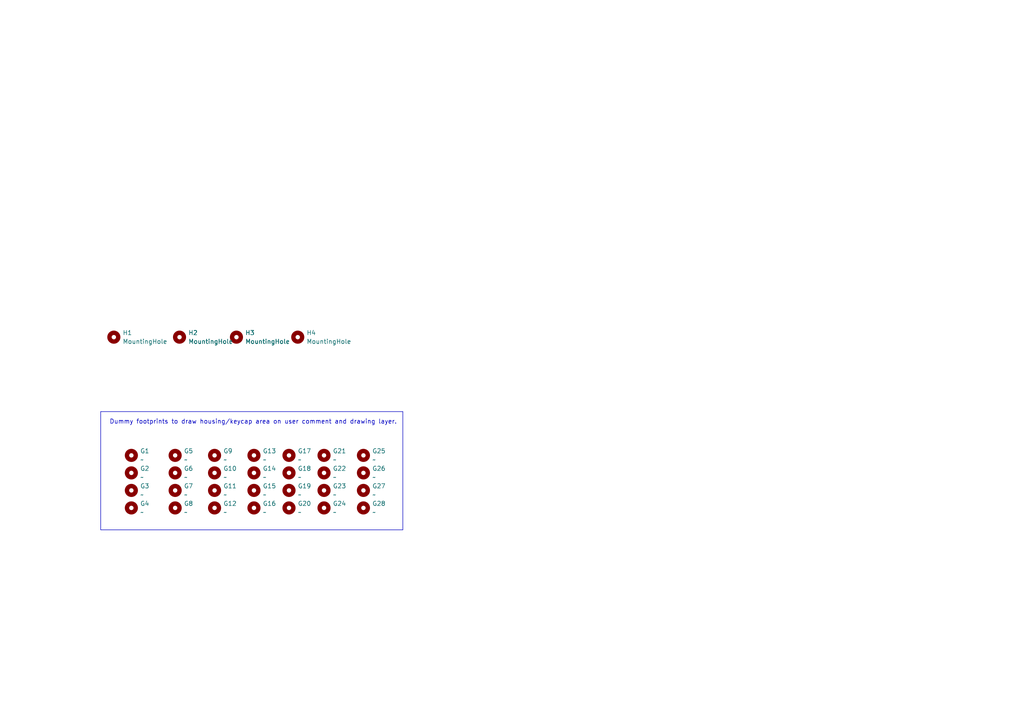
<source format=kicad_sch>
(kicad_sch (version 20230121) (generator eeschema)
  (paper "A4")
  (title_block (date "2023-06-22") (rev "1.0") (comment 2 "MIT License"))
  (lib_symbols
    (symbol "Mechanical:MountingHole" (pin_names (offset 1.016))
      (property "Reference" "H" (at 0 5.08 0))
      (property "Value" "MountingHole" (at 0 3.175 0))
      (symbol "MountingHole_0_1"
        (circle (center 0 0) (radius 1.27) (stroke (width 1.27)))
      )
    )
  )
  (no_connect (at 386.08 -66.04))
  (polyline (pts (xy 116.84 119.38) (xy 29.21 119.38)))
  (polyline (pts (xy 29.21 119.38) (xy 29.21 153.67)))
  (polyline (pts (xy 116.84 153.67) (xy 116.84 119.38)))
  (polyline (pts (xy 29.21 153.67) (xy 116.84 153.67)))
  (text "Dummy footprints to draw housing/keycap area on user comment and drawing layer.\n" (at 31.75 123.19 0) (effects (font (size 1.27 1.27)) (justify left bottom)))
  (symbol (lib_id "Mechanical:MountingHole") (at 93.98 137.16 0) (unit 1)
    (property "Reference" "G22" (at 96.52 135.8899 0) (effects (justify left)))
    (property "Value" "~" (at 96.52 138.4299 0) (effects (justify left)))
    (property "Footprint" "ec_parts:stand_cut" (effects hide))
  )
  (symbol (lib_id "Mechanical:MountingHole") (at 83.82 142.24 0) (unit 1)
    (property "Reference" "G19" (at 86.36 140.9699 0) (effects (justify left)))
    (property "Value" "~" (at 86.36 143.5099 0) (effects (justify left)))
    (property "Footprint" "ec_parts:stand_cut" (effects hide))
  )
  (symbol (lib_id "Mechanical:MountingHole") (at 68.58 97.79 0) (unit 1)
    (property "Reference" "H3" (at 71.12 96.52 0) (effects (justify left)))
    (property "Value" "MountingHole" (at 71.12 99.06 0) (effects (justify left)))
    (property "Footprint" "ec_parts:MountingHole_6.1mm_M6_edge_cut" (effects hide))
  )
  (symbol (lib_id "Mechanical:MountingHole") (at 38.1 142.24 0) (unit 1)
    (property "Reference" "G3" (at 40.64 140.9699 0) (effects (justify left)))
    (property "Value" "~" (at 40.64 143.5099 0) (effects (justify left)))
    (property "Footprint" "ec_parts:stand_cut" (effects hide))
  )
  (symbol (lib_id "Mechanical:MountingHole") (at 62.23 147.32 0) (unit 1)
    (property "Reference" "G12" (at 64.77 146.0499 0) (effects (justify left)))
    (property "Value" "~" (at 64.77 148.5899 0) (effects (justify left)))
    (property "Footprint" "ec_parts:stand_cut" (effects hide))
  )
  (symbol (lib_id "Mechanical:MountingHole") (at 105.41 137.16 0) (unit 1)
    (property "Reference" "G26" (at 107.95 135.8899 0) (effects (justify left)))
    (property "Value" "~" (at 107.95 138.4299 0) (effects (justify left)))
    (property "Footprint" "ec_parts:stand_cut" (effects hide))
  )
  (symbol (lib_id "Mechanical:MountingHole") (at 93.98 142.24 0) (unit 1)
    (property "Reference" "G23" (at 96.52 140.9699 0) (effects (justify left)))
    (property "Value" "~" (at 96.52 143.5099 0) (effects (justify left)))
    (property "Footprint" "ec_parts:stand_cut" (effects hide))
  )
  (symbol (lib_id "Mechanical:MountingHole") (at 33.02 97.79 0) (unit 1)
    (property "Reference" "H1" (at 35.56 96.52 0) (effects (justify left)))
    (property "Value" "MountingHole" (at 35.56 99.06 0) (effects (justify left)))
    (property "Footprint" "ec_parts:MountingHole_6.1mm_M6_edge_cut" (effects hide))
  )
  (symbol (lib_id "Mechanical:MountingHole") (at 83.82 147.32 0) (unit 1)
    (property "Reference" "G20" (at 86.36 146.0499 0) (effects (justify left)))
    (property "Value" "~" (at 86.36 148.5899 0) (effects (justify left)))
    (property "Footprint" "ec_parts:stand_cut" (effects hide))
  )
  (symbol (lib_id "Mechanical:MountingHole") (at 105.41 142.24 0) (unit 1)
    (property "Reference" "G27" (at 107.95 140.9699 0) (effects (justify left)))
    (property "Value" "~" (at 107.95 143.5099 0) (effects (justify left)))
    (property "Footprint" "ec_parts:stand_cut" (effects hide))
  )
  (symbol (lib_id "Mechanical:MountingHole") (at 73.66 137.16 0) (unit 1)
    (property "Reference" "G14" (at 76.2 135.8899 0) (effects (justify left)))
    (property "Value" "~" (at 76.2 138.4299 0) (effects (justify left)))
    (property "Footprint" "ec_parts:stand_cut" (effects hide))
  )
  (symbol (lib_id "Mechanical:MountingHole") (at 38.1 137.16 0) (unit 1)
    (property "Reference" "G2" (at 40.64 135.8899 0) (effects (justify left)))
    (property "Value" "~" (at 40.64 138.4299 0) (effects (justify left)))
    (property "Footprint" "ec_parts:stand_cut" (effects hide))
  )
  (symbol (lib_id "Mechanical:MountingHole") (at 38.1 132.08 0) (unit 1)
    (property "Reference" "G1" (at 40.64 130.8099 0) (effects (justify left)))
    (property "Value" "~" (at 40.64 133.3499 0) (effects (justify left)))
    (property "Footprint" "ec_parts:stand_cut" (effects hide))
  )
  (symbol (lib_id "Mechanical:MountingHole") (at 105.41 147.32 0) (unit 1)
    (property "Reference" "G28" (at 107.95 146.0499 0) (effects (justify left)))
    (property "Value" "~" (at 107.95 148.5899 0) (effects (justify left)))
    (property "Footprint" "ec_parts:stand_cut" (effects hide))
  )
  (symbol (lib_id "Mechanical:MountingHole") (at 50.8 142.24 0) (unit 1)
    (property "Reference" "G7" (at 53.34 140.9699 0) (effects (justify left)))
    (property "Value" "~" (at 53.34 143.5099 0) (effects (justify left)))
    (property "Footprint" "ec_parts:stand_cut" (effects hide))
  )
  (symbol (lib_id "Mechanical:MountingHole") (at 73.66 132.08 0) (unit 1)
    (property "Reference" "G13" (at 76.2 130.8099 0) (effects (justify left)))
    (property "Value" "~" (at 76.2 133.3499 0) (effects (justify left)))
    (property "Footprint" "ec_parts:stand_cut" (effects hide))
  )
  (symbol (lib_id "Mechanical:MountingHole") (at 62.23 142.24 0) (unit 1)
    (property "Reference" "G11" (at 64.77 140.9699 0) (effects (justify left)))
    (property "Value" "~" (at 64.77 143.5099 0) (effects (justify left)))
    (property "Footprint" "ec_parts:stand_cut" (effects hide))
  )
  (symbol (lib_id "Mechanical:MountingHole") (at 52.07 97.79 0) (unit 1)
    (property "Reference" "H2" (at 54.61 96.52 0) (effects (justify left)))
    (property "Value" "MountingHole" (at 54.61 99.06 0) (effects (justify left)))
    (property "Footprint" "ec_parts:MountingHole_6.1mm_M6_edge_cut" (effects hide))
  )
  (symbol (lib_id "Mechanical:MountingHole") (at 38.1 147.32 0) (unit 1)
    (property "Reference" "G4" (at 40.64 146.0499 0) (effects (justify left)))
    (property "Value" "~" (at 40.64 148.5899 0) (effects (justify left)))
    (property "Footprint" "ec_parts:stand_cut" (effects hide))
  )
  (symbol (lib_id "Mechanical:MountingHole") (at 50.8 147.32 0) (unit 1)
    (property "Reference" "G8" (at 53.34 146.0499 0) (effects (justify left)))
    (property "Value" "~" (at 53.34 148.5899 0) (effects (justify left)))
    (property "Footprint" "ec_parts:stand_cut" (effects hide))
  )
  (symbol (lib_id "Mechanical:MountingHole") (at 105.41 132.08 0) (unit 1)
    (property "Reference" "G25" (at 107.95 130.8099 0) (effects (justify left)))
    (property "Value" "~" (at 107.95 133.3499 0) (effects (justify left)))
    (property "Footprint" "ec_parts:stand_cut" (effects hide))
  )
  (symbol (lib_id "Mechanical:MountingHole") (at 50.8 132.08 0) (unit 1)
    (property "Reference" "G5" (at 53.34 130.8099 0) (effects (justify left)))
    (property "Value" "~" (at 53.34 133.3499 0) (effects (justify left)))
    (property "Footprint" "ec_parts:stand_cut" (effects hide))
  )
  (symbol (lib_id "Mechanical:MountingHole") (at 62.23 137.16 0) (unit 1)
    (property "Reference" "G10" (at 64.77 135.8899 0) (effects (justify left)))
    (property "Value" "~" (at 64.77 138.4299 0) (effects (justify left)))
    (property "Footprint" "ec_parts:stand_cut" (effects hide))
  )
  (symbol (lib_id "Mechanical:MountingHole") (at 86.36 97.79 0) (unit 1)
    (property "Reference" "H4" (at 88.9 96.52 0) (effects (justify left)))
    (property "Value" "MountingHole" (at 88.9 99.06 0) (effects (justify left)))
    (property "Footprint" "ec_parts:MountingHole_6.1mm_M6_edge_cut" (effects hide))
  )
  (symbol (lib_id "Mechanical:MountingHole") (at 83.82 137.16 0) (unit 1)
    (property "Reference" "G18" (at 86.36 135.8899 0) (effects (justify left)))
    (property "Value" "~" (at 86.36 138.4299 0) (effects (justify left)))
    (property "Footprint" "ec_parts:stand_cut" (effects hide))
  )
  (symbol (lib_id "Mechanical:MountingHole") (at 93.98 132.08 0) (unit 1)
    (property "Reference" "G21" (at 96.52 130.8099 0) (effects (justify left)))
    (property "Value" "~" (at 96.52 133.3499 0) (effects (justify left)))
    (property "Footprint" "ec_parts:stand_cut" (effects hide))
  )
  (symbol (lib_id "Mechanical:MountingHole") (at 62.23 132.08 0) (unit 1)
    (property "Reference" "G9" (at 64.77 130.8099 0) (effects (justify left)))
    (property "Value" "~" (at 64.77 133.3499 0) (effects (justify left)))
    (property "Footprint" "ec_parts:stand_cut" (effects hide))
  )
  (symbol (lib_id "Mechanical:MountingHole") (at 50.8 137.16 0) (unit 1)
    (property "Reference" "G6" (at 53.34 135.8899 0) (effects (justify left)))
    (property "Value" "~" (at 53.34 138.4299 0) (effects (justify left)))
    (property "Footprint" "ec_parts:stand_cut" (effects hide))
  )
  (symbol (lib_id "Mechanical:MountingHole") (at 73.66 142.24 0) (unit 1)
    (property "Reference" "G15" (at 76.2 140.9699 0) (effects (justify left)))
    (property "Value" "~" (at 76.2 143.5099 0) (effects (justify left)))
    (property "Footprint" "ec_parts:stand_cut" (effects hide))
  )
  (symbol (lib_id "Mechanical:MountingHole") (at 83.82 132.08 0) (unit 1)
    (property "Reference" "G17" (at 86.36 130.8099 0) (effects (justify left)))
    (property "Value" "~" (at 86.36 133.3499 0) (effects (justify left)))
    (property "Footprint" "ec_parts:stand_cut" (effects hide))
  )
  (symbol (lib_id "Mechanical:MountingHole") (at 93.98 147.32 0) (unit 1)
    (property "Reference" "G24" (at 96.52 146.0499 0) (effects (justify left)))
    (property "Value" "~" (at 96.52 148.5899 0) (effects (justify left)))
    (property "Footprint" "ec_parts:stand_cut" (effects hide))
  )
  (symbol (lib_id "Mechanical:MountingHole") (at 73.66 147.32 0) (unit 1)
    (property "Reference" "G16" (at 76.2 146.0499 0) (effects (justify left)))
    (property "Value" "~" (at 76.2 148.5899 0) (effects (justify left)))
    (property "Footprint" "ec_parts:stand_cut" (effects hide))
  )
)
</source>
